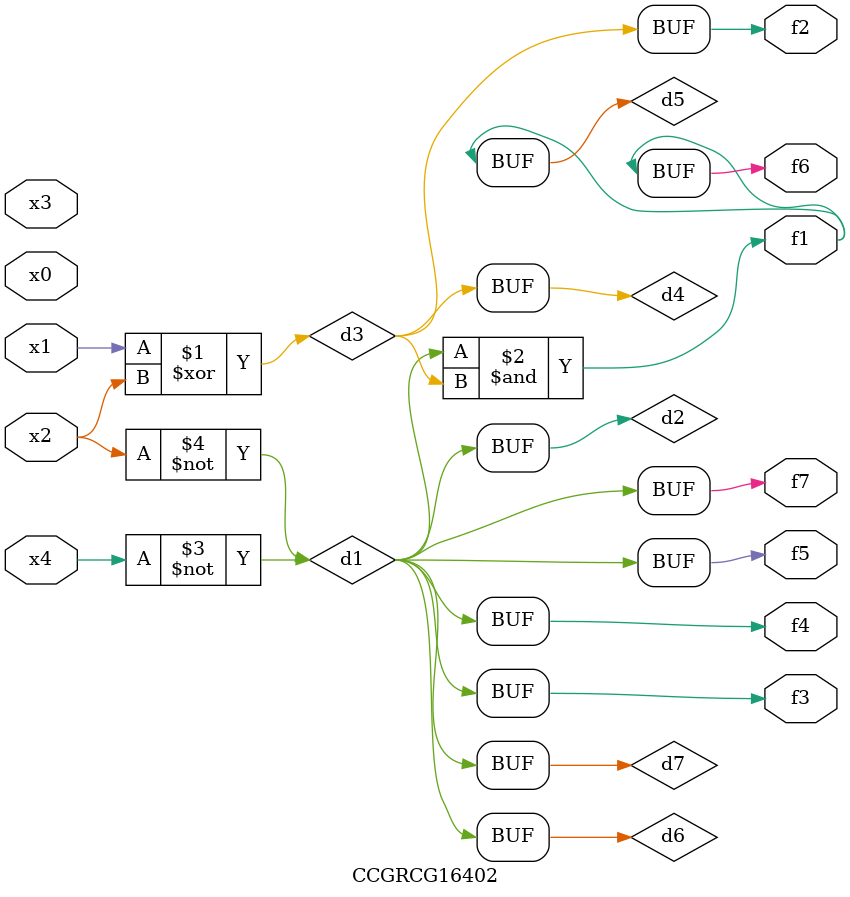
<source format=v>
module CCGRCG16402(
	input x0, x1, x2, x3, x4,
	output f1, f2, f3, f4, f5, f6, f7
);

	wire d1, d2, d3, d4, d5, d6, d7;

	not (d1, x4);
	not (d2, x2);
	xor (d3, x1, x2);
	buf (d4, d3);
	and (d5, d1, d3);
	buf (d6, d1, d2);
	buf (d7, d2);
	assign f1 = d5;
	assign f2 = d4;
	assign f3 = d7;
	assign f4 = d7;
	assign f5 = d7;
	assign f6 = d5;
	assign f7 = d7;
endmodule

</source>
